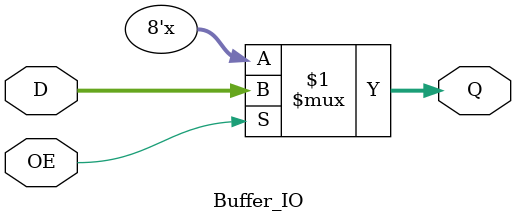
<source format=sv>
	module separate_regs_out
(
	input logic	sel_0,
	input logic	sel_1,
	input logic	sel_2,
	input logic	sel_3,
	input logic	sel_4,
	input logic	sel_5,
	input logic	sel_6,
	input logic	sel_7,
	input logic	sel_8,
	input logic	sel_9,
	input logic	sel_10,
	input logic	sel_11,
	input logic	sel_12,
	input logic	sel_13,
	input logic	sel_14,
	input logic	sel_15,
	
	input logic	dir_5_1,
	input logic	dir_5_2,
	input logic	dir_6_1,
	input logic	dir_6_2,
	input logic	dir_7_1,
	input logic	dir_7_2,
	input logic	dir_8_1,
	input logic	dir_8_2,
	input logic	dir_9_1,
	input logic	dir_9_2,
	input logic	dir_10_1,
	input logic	dir_10_2,
	input logic	dir_11_1,
	input logic	dir_11_2,
	input logic	dir_12_1,
	input logic	dir_12_2,
	
	input logic	CLR,

	input logic		[7:0]  data_in,

	output logic	[7:0]  data_out_from_buf_0,
	output logic	[7:0]  data_out_from_buf_1,
	output logic	[7:0]  data_out_from_buf_2,
	output logic	[7:0]  data_out_from_buf_3,
	output logic	[7:0]  data_out_from_buf_4,
	output logic	[7:0]  data_out_from_buf_5,
	output logic	[7:0]  data_out_from_buf_6,
	output logic	[7:0]  data_out_from_buf_7,
	output logic	[7:0]  data_out_from_buf_8,
	output logic	[7:0]  data_out_from_buf_9,
	output logic	[7:0]  data_out_from_buf_10,
	output logic	[7:0]  data_out_from_buf_11,
	output logic	[7:0]  data_out_from_buf_12,
	output logic	[7:0]  data_out_from_buf_13,
	output logic	[7:0]  data_out_from_buf_14,
	output logic	[7:0]  data_out_from_buf_15
);

logic	[7:0]  data_out_from_reg_0;
logic	[7:0]  data_out_from_reg_1;
logic	[7:0]  data_out_from_reg_2;
logic	[7:0]  data_out_from_reg_3;
logic	[7:0]  data_out_from_reg_4;
logic	[7:0]  data_out_from_reg_5;
logic	[7:0]  data_out_from_reg_6;
logic	[7:0]  data_out_from_reg_7;
logic	[7:0]  data_out_from_reg_8;
logic	[7:0]  data_out_from_reg_9;
logic	[7:0]  data_out_from_reg_10;
logic	[7:0]  data_out_from_reg_11;
logic	[7:0]  data_out_from_reg_12;
logic	[7:0]  data_out_from_reg_13;
logic	[7:0]  data_out_from_reg_14;
logic	[7:0]  data_out_from_reg_15;


Reg_out Reg_out_0(data_in, sel_0, CLR, data_out_from_reg_0);
Reg_out Reg_out_1(data_in, sel_1, CLR, data_out_from_reg_1);
Reg_out Reg_out_2(data_in, sel_2, CLR, data_out_from_reg_2);
Reg_out Reg_out_3(data_in, sel_3, CLR, data_out_from_reg_3);
Reg_out Reg_out_4(data_in, sel_4, CLR, data_out_from_reg_4);
Reg_out Reg_out_5(data_in, sel_5, CLR, data_out_from_reg_5);
Reg_out Reg_out_6(data_in, sel_6, CLR, data_out_from_reg_6);
Reg_out Reg_out_7(data_in, sel_7, CLR, data_out_from_reg_7);
Reg_out Reg_out_8(data_in, sel_8, CLR, data_out_from_reg_8);
Reg_out Reg_out_9(data_in, sel_9, CLR, data_out_from_reg_9);
Reg_out Reg_out_10(data_in, sel_10, CLR, data_out_from_reg_10);
Reg_out Reg_out_11(data_in, sel_11, CLR, data_out_from_reg_11);
Reg_out Reg_out_12(data_in, sel_12, CLR, data_out_from_reg_12);
Reg_out Reg_out_13(data_in, sel_13, CLR, data_out_from_reg_13);
Reg_out Reg_out_14(data_in, sel_14, CLR, data_out_from_reg_14);
Reg_out Reg_out_15(data_in, sel_15, CLR, data_out_from_reg_15);




Buffer_IO Buffer_IO_0(data_out_from_reg_0, dir_5_1, data_out_from_buf_0);
Buffer_IO Buffer_IO_1(data_out_from_reg_1, dir_5_2, data_out_from_buf_1);
Buffer_IO Buffer_IO_2(data_out_from_reg_2, dir_6_1, data_out_from_buf_2);
Buffer_IO Buffer_IO_3(data_out_from_reg_3, dir_6_2, data_out_from_buf_3);
Buffer_IO Buffer_IO_4(data_out_from_reg_4, dir_7_1, data_out_from_buf_4);
Buffer_IO Buffer_IO_5(data_out_from_reg_5, dir_7_2, data_out_from_buf_5);
Buffer_IO Buffer_IO_6(data_out_from_reg_6, dir_8_1, data_out_from_buf_6);
Buffer_IO Buffer_IO_7(data_out_from_reg_7, dir_8_2, data_out_from_buf_7);
Buffer_IO Buffer_IO_8(data_out_from_reg_8, dir_9_1, data_out_from_buf_8);
Buffer_IO Buffer_IO_9(data_out_from_reg_9, dir_9_2, data_out_from_buf_9);
Buffer_IO Buffer_IO_10(data_out_from_reg_10, dir_10_1, data_out_from_buf_10);
Buffer_IO Buffer_IO_11(data_out_from_reg_11, dir_10_2, data_out_from_buf_11);
Buffer_IO Buffer_IO_12(data_out_from_reg_12, dir_11_1, data_out_from_buf_12);
Buffer_IO Buffer_IO_13(data_out_from_reg_12, dir_11_2, data_out_from_buf_13);
Buffer_IO Buffer_IO_14(data_out_from_reg_13, dir_12_1, data_out_from_buf_14);
Buffer_IO Buffer_IO_15(data_out_from_reg_14, dir_12_2, data_out_from_buf_15);

endmodule 





	module Reg_out
(
	input logic	[7:0]  D,
	input logic	CLK,
	input logic	clr,
	output logic	[7:0]  Q
);



always @ (posedge clr or posedge CLK)
begin
	// Reset whenever the reset signal goes up, regardless of the clock
	if (clr)
	begin
		Q <= 0;
	end
	// If not resetting, update the register output on the clock's rising edge
	else
	begin
		Q <= D;
	end
end


endmodule 





	module Buffer_IO
(
	input logic		[7:0]  D,
	input logic		OE,
	output logic	[7:0]  Q
);
assign Q = OE ? D : 8'bZ;
endmodule 




</source>
